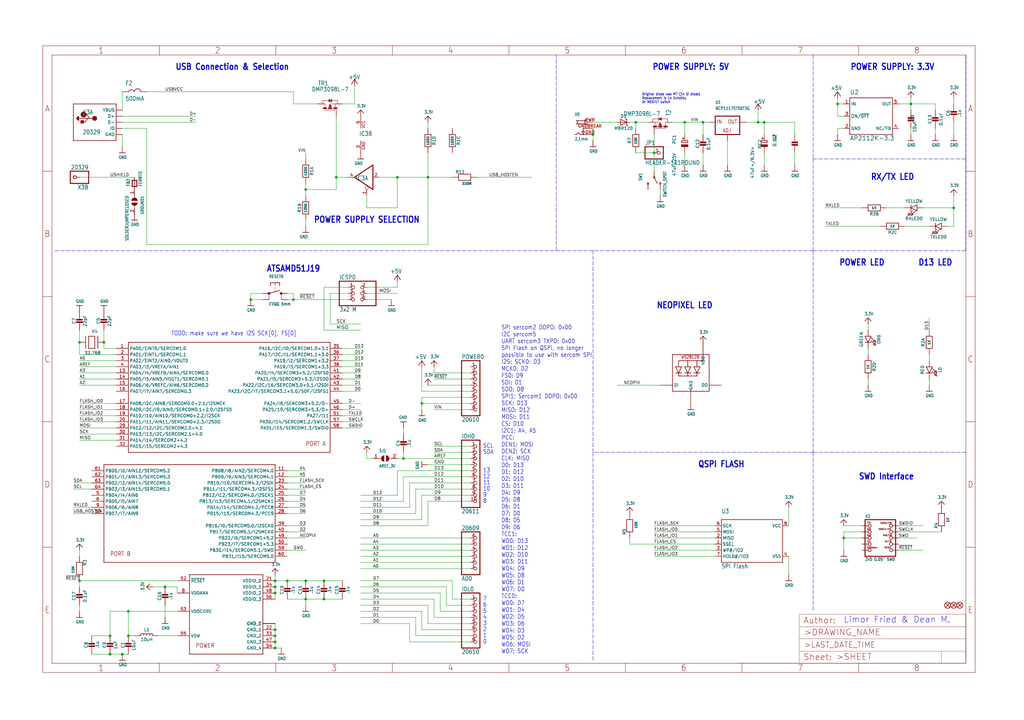
<source format=kicad_sch>
(kicad_sch (version 20211123) (generator eeschema)
  (paper "User" 425.45 299.161)
  (junction (at 53.34 254))
  (junction (at 33.02 142.24))
  (junction (at 114.3 261.62))
  (junction (at 119.38 241.3))
  (junction (at 246.38 55.88))
  (junction (at 350.52 223.52))
  (junction (at 127 248.92))
  (junction (at 121.92 124.46))
  (junction (at 167.64 190.5))
  (junction (at 139.7 73.66))
  (junction (at 114.3 266.7))
  (junction (at 284.48 50.8))
  (junction (at 68.58 243.84))
  (junction (at 33.02 241.3))
  (junction (at 43.18 142.24))
  (junction (at 134.62 241.3))
  (junction (at 127 241.3))
  (junction (at 50.8 271.78))
  (junction (at 45.72 271.78))
  (junction (at 165.1 73.66))
  (junction (at 347.98 43.18))
  (junction (at 264.16 50.8))
  (junction (at 104.14 124.46))
  (junction (at 114.3 269.24))
  (junction (at 314.96 50.8))
  (junction (at 114.3 243.84))
  (junction (at 175.26 167.64))
  (junction (at 396.24 86.36))
  (junction (at 378.46 43.18))
  (junction (at 134.62 248.92))
  (junction (at 114.3 264.16))
  (junction (at 127 78.74))
  (junction (at 53.34 264.16))
  (junction (at 45.72 264.16))
  (junction (at 114.3 246.38))
  (junction (at 177.8 73.66))
  (junction (at 292.1 50.8))
  (junction (at 271.78 63.5))
  (junction (at 317.5 50.8))
  (junction (at 114.3 241.3))
  (wire (pts (xy 195.58 200.66) (xy 170.18 200.66)))
  (wire (pts (xy 360.68 147.32) (xy 360.68 144.78)))
  (wire (pts (xy 149.86 213.36) (xy 172.72 213.36)))
  (wire (pts (xy 195.58 190.5) (xy 167.64 190.5)))
  (wire (pts (xy 358.14 218.44) (xy 350.52 218.44)))
  (wire (pts (xy 246.38 55.88) (xy 246.38 58.42)))
  (wire (pts (xy 175.26 167.64) (xy 175.26 170.18)))
  (wire (pts (xy 347.98 53.34) (xy 347.98 55.88)))
  (wire (pts (xy 195.58 256.54) (xy 180.34 256.54)))
  (wire (pts (xy 48.26 160.02) (xy 33.02 160.02)))
  (wire (pts (xy 330.2 63.5) (xy 330.2 68.58)))
  (wire (pts (xy 119.38 223.52) (xy 127 223.52)))
  (wire (pts (xy 38.1 203.2) (xy 30.48 203.2)))
  (wire (pts (xy 220.98 73.66) (xy 198.12 73.66)))
  (wire (pts (xy 33.02 73.66) (xy 55.88 73.66)))
  (polyline (pts (xy 337.82 104.14) (xy 246.38 104.14)))
  (wire (pts (xy 274.32 78.74) (xy 274.32 81.28)))
  (wire (pts (xy 195.58 167.64) (xy 175.26 167.64)))
  (wire (pts (xy 48.26 152.4) (xy 33.02 152.4)))
  (wire (pts (xy 154.94 190.5) (xy 152.4 190.5)))
  (polyline (pts (xy 337.82 22.86) (xy 337.82 66.04)))
  (wire (pts (xy 142.24 172.72) (xy 149.86 172.72)))
  (wire (pts (xy 347.98 43.18) (xy 350.52 43.18)))
  (wire (pts (xy 149.86 218.44) (xy 177.8 218.44)))
  (wire (pts (xy 119.38 228.6) (xy 127 228.6)))
  (wire (pts (xy 264.16 53.34) (xy 264.16 50.8)))
  (wire (pts (xy 139.7 78.74) (xy 139.7 73.66)))
  (wire (pts (xy 350.52 220.98) (xy 350.52 223.52)))
  (wire (pts (xy 167.64 198.12) (xy 195.58 198.12)))
  (wire (pts (xy 127 78.74) (xy 139.7 78.74)))
  (wire (pts (xy 167.64 187.96) (xy 167.64 190.5)))
  (wire (pts (xy 73.66 243.84) (xy 73.66 246.38)))
  (wire (pts (xy 271.78 63.5) (xy 264.16 63.5)))
  (wire (pts (xy 142.24 162.56) (xy 149.86 162.56)))
  (wire (pts (xy 68.58 251.46) (xy 68.58 256.54)))
  (wire (pts (xy 134.62 248.92) (xy 142.24 248.92)))
  (wire (pts (xy 121.92 38.1) (xy 121.92 43.18)))
  (wire (pts (xy 347.98 40.64) (xy 347.98 43.18)))
  (wire (pts (xy 360.68 134.62) (xy 360.68 137.16)))
  (wire (pts (xy 114.3 246.38) (xy 114.3 243.84)))
  (wire (pts (xy 114.3 241.3) (xy 119.38 241.3)))
  (wire (pts (xy 177.8 259.08) (xy 195.58 259.08)))
  (wire (pts (xy 50.8 55.88) (xy 50.8 60.96)))
  (wire (pts (xy 187.96 241.3) (xy 187.96 248.92)))
  (wire (pts (xy 137.16 134.62) (xy 149.86 134.62)))
  (wire (pts (xy 137.16 121.92) (xy 137.16 134.62)))
  (wire (pts (xy 393.7 93.98) (xy 396.24 93.98)))
  (wire (pts (xy 396.24 86.36) (xy 396.24 81.28)))
  (wire (pts (xy 396.24 43.18) (xy 396.24 40.64)))
  (wire (pts (xy 378.46 40.64) (xy 378.46 43.18)))
  (wire (pts (xy 292.1 63.5) (xy 292.1 68.58)))
  (wire (pts (xy 170.18 259.08) (xy 149.86 259.08)))
  (wire (pts (xy 246.38 50.8) (xy 256.54 50.8)))
  (wire (pts (xy 170.18 200.66) (xy 170.18 210.82)))
  (polyline (pts (xy 337.82 187.96) (xy 337.82 254)))
  (wire (pts (xy 119.38 205.74) (xy 127 205.74)))
  (wire (pts (xy 73.66 264.16) (xy 66.04 264.16)))
  (wire (pts (xy 165.1 119.38) (xy 152.4 119.38)))
  (wire (pts (xy 358.14 223.52) (xy 350.52 223.52)))
  (wire (pts (xy 350.52 48.26) (xy 347.98 48.26)))
  (wire (pts (xy 317.5 50.8) (xy 330.2 50.8)))
  (wire (pts (xy 378.46 43.18) (xy 378.46 45.72)))
  (wire (pts (xy 48.26 180.34) (xy 33.02 180.34)))
  (wire (pts (xy 261.62 223.52) (xy 261.62 226.06)))
  (wire (pts (xy 274.32 160.02) (xy 256.54 160.02)))
  (wire (pts (xy 358.14 86.36) (xy 342.9 86.36)))
  (wire (pts (xy 60.96 53.34) (xy 60.96 101.6)))
  (wire (pts (xy 127 241.3) (xy 134.62 241.3)))
  (wire (pts (xy 127 93.98) (xy 127 91.44)))
  (wire (pts (xy 152.4 81.28) (xy 152.4 86.36)))
  (polyline (pts (xy 231.14 104.14) (xy 231.14 22.86)))
  (wire (pts (xy 48.26 157.48) (xy 33.02 157.48)))
  (wire (pts (xy 368.3 86.36) (xy 375.92 86.36)))
  (wire (pts (xy 175.26 152.4) (xy 175.26 162.56)))
  (wire (pts (xy 358.14 220.98) (xy 350.52 220.98)))
  (wire (pts (xy 271.78 63.5) (xy 271.78 71.12)))
  (wire (pts (xy 48.26 147.32) (xy 33.02 147.32)))
  (wire (pts (xy 261.62 50.8) (xy 264.16 50.8)))
  (wire (pts (xy 119.38 124.46) (xy 121.92 124.46)))
  (wire (pts (xy 317.5 50.8) (xy 317.5 55.88)))
  (wire (pts (xy 195.58 205.74) (xy 175.26 205.74)))
  (polyline (pts (xy 337.82 66.04) (xy 337.82 104.14)))
  (wire (pts (xy 48.26 154.94) (xy 33.02 154.94)))
  (wire (pts (xy 180.34 170.18) (xy 195.58 170.18)))
  (wire (pts (xy 279.4 50.8) (xy 284.48 50.8)))
  (wire (pts (xy 170.18 210.82) (xy 149.86 210.82)))
  (wire (pts (xy 119.38 248.92) (xy 127 248.92)))
  (wire (pts (xy 185.42 243.84) (xy 149.86 243.84)))
  (wire (pts (xy 297.18 228.6) (xy 271.78 228.6)))
  (wire (pts (xy 142.24 160.02) (xy 149.86 160.02)))
  (wire (pts (xy 43.18 144.78) (xy 43.18 142.24)))
  (wire (pts (xy 119.38 218.44) (xy 127 218.44)))
  (wire (pts (xy 48.26 167.64) (xy 33.02 167.64)))
  (wire (pts (xy 386.08 160.02) (xy 386.08 157.48)))
  (wire (pts (xy 68.58 243.84) (xy 73.66 243.84)))
  (wire (pts (xy 38.1 213.36) (xy 30.48 213.36)))
  (polyline (pts (xy 246.38 104.14) (xy 231.14 104.14)))
  (polyline (pts (xy 22.86 104.14) (xy 231.14 104.14)))
  (wire (pts (xy 142.24 241.3) (xy 134.62 241.3)))
  (wire (pts (xy 144.78 73.66) (xy 139.7 73.66)))
  (wire (pts (xy 292.1 50.8) (xy 292.1 55.88)))
  (wire (pts (xy 119.38 203.2) (xy 127 203.2)))
  (wire (pts (xy 182.88 254) (xy 195.58 254)))
  (wire (pts (xy 195.58 185.42) (xy 180.34 185.42)))
  (wire (pts (xy 327.66 210.82) (xy 327.66 218.44)))
  (wire (pts (xy 391.16 220.98) (xy 373.38 220.98)))
  (wire (pts (xy 119.38 241.3) (xy 127 241.3)))
  (wire (pts (xy 50.8 53.34) (xy 60.96 53.34)))
  (wire (pts (xy 165.1 73.66) (xy 177.8 73.66)))
  (wire (pts (xy 149.86 241.3) (xy 187.96 241.3)))
  (wire (pts (xy 386.08 132.08) (xy 386.08 137.16)))
  (wire (pts (xy 162.56 124.46) (xy 152.4 124.46)))
  (wire (pts (xy 195.58 261.62) (xy 175.26 261.62)))
  (wire (pts (xy 271.78 63.5) (xy 271.78 55.88)))
  (wire (pts (xy 149.86 205.74) (xy 165.1 205.74)))
  (wire (pts (xy 302.26 68.58) (xy 302.26 58.42)))
  (wire (pts (xy 177.8 63.5) (xy 177.8 73.66)))
  (wire (pts (xy 119.38 121.92) (xy 121.92 121.92)))
  (wire (pts (xy 195.58 165.1) (xy 175.26 165.1)))
  (wire (pts (xy 373.38 43.18) (xy 378.46 43.18)))
  (wire (pts (xy 144.78 121.92) (xy 137.16 121.92)))
  (wire (pts (xy 187.96 248.92) (xy 195.58 248.92)))
  (wire (pts (xy 119.38 208.28) (xy 127 208.28)))
  (wire (pts (xy 33.02 254) (xy 33.02 251.46)))
  (wire (pts (xy 114.3 259.08) (xy 114.3 261.62)))
  (wire (pts (xy 142.24 170.18) (xy 149.86 170.18)))
  (wire (pts (xy 114.3 243.84) (xy 114.3 241.3)))
  (wire (pts (xy 195.58 226.06) (xy 149.86 226.06)))
  (wire (pts (xy 149.86 251.46) (xy 177.8 251.46)))
  (wire (pts (xy 195.58 231.14) (xy 149.86 231.14)))
  (wire (pts (xy 33.02 243.84) (xy 33.02 241.3)))
  (wire (pts (xy 149.86 246.38) (xy 182.88 246.38)))
  (wire (pts (xy 134.62 119.38) (xy 134.62 137.16)))
  (wire (pts (xy 127 66.04) (xy 127 63.5)))
  (wire (pts (xy 48.26 170.18) (xy 33.02 170.18)))
  (wire (pts (xy 119.38 198.12) (xy 127 198.12)))
  (wire (pts (xy 53.34 254) (xy 53.34 264.16)))
  (wire (pts (xy 175.26 261.62) (xy 175.26 254)))
  (wire (pts (xy 48.26 144.78) (xy 43.18 144.78)))
  (wire (pts (xy 144.78 124.46) (xy 121.92 124.46)))
  (wire (pts (xy 142.24 43.18) (xy 147.32 43.18)))
  (wire (pts (xy 175.26 254) (xy 149.86 254)))
  (wire (pts (xy 271.78 220.98) (xy 297.18 220.98)))
  (wire (pts (xy 127 251.46) (xy 127 248.92)))
  (wire (pts (xy 388.62 43.18) (xy 388.62 45.72)))
  (wire (pts (xy 264.16 50.8) (xy 269.24 50.8)))
  (wire (pts (xy 48.26 182.88) (xy 33.02 182.88)))
  (wire (pts (xy 114.3 248.92) (xy 114.3 246.38)))
  (wire (pts (xy 38.1 200.66) (xy 30.48 200.66)))
  (wire (pts (xy 175.26 215.9) (xy 149.86 215.9)))
  (polyline (pts (xy 246.38 274.32) (xy 246.38 187.96)))
  (wire (pts (xy 119.38 220.98) (xy 127 220.98)))
  (wire (pts (xy 50.8 48.26) (xy 81.28 48.26)))
  (wire (pts (xy 127 248.92) (xy 134.62 248.92)))
  (wire (pts (xy 167.64 190.5) (xy 165.1 190.5)))
  (wire (pts (xy 373.38 228.6) (xy 383.54 228.6)))
  (wire (pts (xy 127 81.28) (xy 127 78.74)))
  (wire (pts (xy 172.72 203.2) (xy 195.58 203.2)))
  (wire (pts (xy 177.8 218.44) (xy 177.8 208.28)))
  (wire (pts (xy 378.46 43.18) (xy 388.62 43.18)))
  (wire (pts (xy 297.18 223.52) (xy 271.78 223.52)))
  (wire (pts (xy 60.96 38.1) (xy 121.92 38.1)))
  (wire (pts (xy 175.26 165.1) (xy 175.26 167.64)))
  (wire (pts (xy 246.38 53.34) (xy 246.38 55.88)))
  (wire (pts (xy 55.88 264.16) (xy 53.34 264.16)))
  (wire (pts (xy 396.24 50.8) (xy 396.24 55.88)))
  (wire (pts (xy 45.72 254) (xy 45.72 264.16)))
  (wire (pts (xy 165.1 116.84) (xy 165.1 119.38)))
  (wire (pts (xy 386.08 147.32) (xy 386.08 149.86)))
  (wire (pts (xy 180.34 256.54) (xy 180.34 248.92)))
  (wire (pts (xy 33.02 142.24) (xy 33.02 137.16)))
  (wire (pts (xy 48.26 149.86) (xy 33.02 149.86)))
  (wire (pts (xy 149.86 228.6) (xy 195.58 228.6)))
  (wire (pts (xy 317.5 63.5) (xy 317.5 68.58)))
  (wire (pts (xy 142.24 177.8) (xy 149.86 177.8)))
  (wire (pts (xy 45.72 271.78) (xy 50.8 271.78)))
  (wire (pts (xy 104.14 121.92) (xy 104.14 124.46)))
  (wire (pts (xy 149.86 256.54) (xy 172.72 256.54)))
  (wire (pts (xy 284.48 68.58) (xy 284.48 63.5)))
  (wire (pts (xy 292.1 50.8) (xy 284.48 50.8)))
  (wire (pts (xy 373.38 218.44) (xy 383.54 218.44)))
  (wire (pts (xy 314.96 45.72) (xy 314.96 50.8)))
  (wire (pts (xy 139.7 48.26) (xy 139.7 73.66)))
  (wire (pts (xy 149.86 233.68) (xy 195.58 233.68)))
  (wire (pts (xy 119.38 200.66) (xy 127 200.66)))
  (wire (pts (xy 177.8 73.66) (xy 187.96 73.66)))
  (wire (pts (xy 172.72 213.36) (xy 172.72 203.2)))
  (wire (pts (xy 180.34 152.4) (xy 180.34 154.94)))
  (polyline (pts (xy 401.32 187.96) (xy 337.82 187.96)))
  (wire (pts (xy 73.66 241.3) (xy 33.02 241.3)))
  (wire (pts (xy 182.88 246.38) (xy 182.88 254)))
  (wire (pts (xy 177.8 208.28) (xy 195.58 208.28)))
  (wire (pts (xy 116.84 269.24) (xy 114.3 269.24)))
  (wire (pts (xy 330.2 50.8) (xy 330.2 55.88)))
  (wire (pts (xy 142.24 152.4) (xy 149.86 152.4)))
  (wire (pts (xy 195.58 193.04) (xy 177.8 193.04)))
  (wire (pts (xy 167.64 180.34) (xy 167.64 177.8)))
  (wire (pts (xy 119.38 195.58) (xy 127 195.58)))
  (wire (pts (xy 142.24 147.32) (xy 149.86 147.32)))
  (wire (pts (xy 73.66 254) (xy 53.34 254)))
  (wire (pts (xy 261.62 226.06) (xy 297.18 226.06)))
  (wire (pts (xy 314.96 50.8) (xy 317.5 50.8)))
  (wire (pts (xy 149.86 223.52) (xy 195.58 223.52)))
  (wire (pts (xy 50.8 50.8) (xy 81.28 50.8)))
  (wire (pts (xy 119.38 210.82) (xy 127 210.82)))
  (wire (pts (xy 172.72 256.54) (xy 172.72 264.16)))
  (polyline (pts (xy 401.32 22.86) (xy 401.32 66.04)))
  (polyline (pts (xy 401.32 66.04) (xy 401.32 104.14)))
  (wire (pts (xy 180.34 154.94) (xy 195.58 154.94)))
  (wire (pts (xy 347.98 48.26) (xy 347.98 43.18)))
  (wire (pts (xy 383.54 86.36) (xy 396.24 86.36)))
  (wire (pts (xy 63.5 243.84) (xy 68.58 243.84)))
  (wire (pts (xy 195.58 236.22) (xy 149.86 236.22)))
  (wire (pts (xy 142.24 175.26) (xy 149.86 175.26)))
  (wire (pts (xy 350.52 53.34) (xy 347.98 53.34)))
  (wire (pts (xy 165.1 195.58) (xy 195.58 195.58)))
  (wire (pts (xy 297.18 231.14) (xy 271.78 231.14)))
  (wire (pts (xy 38.1 210.82) (xy 30.48 210.82)))
  (wire (pts (xy 195.58 187.96) (xy 180.34 187.96)))
  (wire (pts (xy 177.8 251.46) (xy 177.8 259.08)))
  (wire (pts (xy 373.38 223.52) (xy 381 223.52)))
  (polyline (pts (xy 337.82 66.04) (xy 401.32 66.04)))
  (wire (pts (xy 134.62 137.16) (xy 149.86 137.16)))
  (wire (pts (xy 142.24 167.64) (xy 149.86 167.64)))
  (wire (pts (xy 147.32 43.18) (xy 147.32 35.56)))
  (wire (pts (xy 195.58 160.02) (xy 177.8 160.02)))
  (wire (pts (xy 48.26 172.72) (xy 33.02 172.72)))
  (wire (pts (xy 45.72 271.78) (xy 38.1 271.78)))
  (wire (pts (xy 375.92 93.98) (xy 386.08 93.98)))
  (wire (pts (xy 43.18 137.16) (xy 43.18 142.24)))
  (wire (pts (xy 142.24 157.48) (xy 149.86 157.48)))
  (wire (pts (xy 185.42 251.46) (xy 185.42 243.84)))
  (wire (pts (xy 53.34 271.78) (xy 50.8 271.78)))
  (wire (pts (xy 33.02 147.32) (xy 33.02 142.24)))
  (wire (pts (xy 60.96 101.6) (xy 177.8 101.6)))
  (wire (pts (xy 38.1 264.16) (xy 45.72 264.16)))
  (wire (pts (xy 48.26 177.8) (xy 33.02 177.8)))
  (wire (pts (xy 342.9 93.98) (xy 365.76 93.98)))
  (wire (pts (xy 114.3 264.16) (xy 114.3 266.7)))
  (wire (pts (xy 309.88 50.8) (xy 314.96 50.8)))
  (wire (pts (xy 144.78 119.38) (xy 134.62 119.38)))
  (wire (pts (xy 127 78.74) (xy 127 76.2)))
  (wire (pts (xy 109.22 121.92) (xy 104.14 121.92)))
  (wire (pts (xy 195.58 266.7) (xy 170.18 266.7)))
  (wire (pts (xy 172.72 264.16) (xy 195.58 264.16)))
  (wire (pts (xy 180.34 248.92) (xy 149.86 248.92)))
  (wire (pts (xy 142.24 149.86) (xy 149.86 149.86)))
  (wire (pts (xy 114.3 266.7) (xy 114.3 269.24)))
  (wire (pts (xy 50.8 38.1) (xy 50.8 45.72)))
  (wire (pts (xy 53.34 254) (xy 45.72 254)))
  (wire (pts (xy 195.58 162.56) (xy 175.26 162.56)))
  (wire (pts (xy 142.24 154.94) (xy 149.86 154.94)))
  (wire (pts (xy 152.4 121.92) (xy 165.1 121.92)))
  (polyline (pts (xy 246.38 187.96) (xy 246.38 104.14)))
  (wire (pts (xy 142.24 144.78) (xy 149.86 144.78)))
  (wire (pts (xy 165.1 86.36) (xy 165.1 73.66)))
  (polyline (pts (xy 337.82 104.14) (xy 337.82 187.96)))
  (wire (pts (xy 167.64 208.28) (xy 149.86 208.28)))
  (wire (pts (xy 165.1 205.74) (xy 165.1 195.58)))
  (wire (pts (xy 121.92 121.92) (xy 121.92 124.46)))
  (wire (pts (xy 294.64 50.8) (xy 292.1 50.8)))
  (wire (pts (xy 152.4 86.36) (xy 165.1 86.36)))
  (wire (pts (xy 114.3 238.76) (xy 114.3 241.3)))
  (wire (pts (xy 297.18 218.44) (xy 271.78 218.44)))
  (wire (pts (xy 195.58 251.46) (xy 185.42 251.46)))
  (wire (pts (xy 396.24 93.98) (xy 396.24 86.36)))
  (wire (pts (xy 109.22 124.46) (xy 104.14 124.46)))
  (wire (pts (xy 48.26 175.26) (xy 33.02 175.26)))
  (wire (pts (xy 167.64 208.28) (xy 167.64 198.12)))
  (wire (pts (xy 284.48 55.88) (xy 284.48 50.8)))
  (wire (pts (xy 327.66 238.76) (xy 327.66 231.14)))
  (wire (pts (xy 121.92 43.18) (xy 132.08 43.18)))
  (wire (pts (xy 388.62 53.34) (xy 388.62 55.88)))
  (wire (pts (xy 177.8 101.6) (xy 177.8 73.66)))
  (wire (pts (xy 170.18 266.7) (xy 170.18 259.08)))
  (wire (pts (xy 177.8 53.34) (xy 177.8 50.8)))
  (wire (pts (xy 157.48 73.66) (xy 165.1 73.66)))
  (wire (pts (xy 350.52 223.52) (xy 350.52 228.6)))
  (wire (pts (xy 175.26 205.74) (xy 175.26 215.9)))
  (wire (pts (xy 378.46 53.34) (xy 378.46 55.88)))
  (wire (pts (xy 360.68 157.48) (xy 360.68 160.02)))
  (wire (pts (xy 152.4 190.5) (xy 152.4 187.96)))
  (polyline (pts (xy 337.82 187.96) (xy 246.38 187.96)))
  (polyline (pts (xy 337.82 104.14) (xy 401.32 104.14)))
  (wire (pts (xy 114.3 261.62) (xy 114.3 264.16)))
  (wire (pts (xy 119.38 213.36) (xy 127 213.36)))
  (wire (pts (xy 33.02 228.6) (xy 33.02 231.14)))
  (wire (pts (xy 180.34 157.48) (xy 195.58 157.48)))
  (text "4" (at 200.66 256.54 180) (effects (font (size 1.778 1.5113)) (justify left)))
  (text "0" (at 200.66 266.7 180) (effects (font (size 1.778 1.5113)) (justify left)))
  (text "11" (at 200.66 200.66 180) (effects (font (size 1.778 1.5113)) (justify left)))
  (text "QSPI FLASH" (at 299.72 193.04 180) (effects (font (size 2.54 2.159) (thickness 0.4318) bold)))
  (text "NEOPIXEL LED" (at 284.48 127 180) (effects (font (size 2.54 2.159) (thickness 0.4318) bold)))
  (text "Limor Fried & Dean M." (at 350.52 259.08 180) (effects (font (size 2.54 2.54)) (justify left bottom)))
  (text "SDA" (at 200.66 187.96 180) (effects (font (size 1.778 1.5113)) (justify left)))
  (text "POWER SUPPLY SELECTION" (at 152.4 91.44 180) (effects (font (size 2.54 2.159) (thickness 0.4318) bold)))
  (text "SWD Interface" (at 368.3 198.12 180) (effects (font (size 2.54 2.159) (thickness 0.4318) bold)))
  (text "SCL" (at 200.66 185.42 180) (effects (font (size 1.778 1.5113)) (justify left)))
  (text "Original diode was M7 (1A Si diode)\nReplacement is 1A Schottky\nOr MOSFET switch" (at 266.7 43.18 0) (effects (font (size 1.016 0.8636)) (justify left bottom)))
  (text "9" (at 200.66 205.74 180) (effects (font (size 1.778 1.5113)) (justify left)))
  (text "POWER SUPPLY: 5V" (at 287.02 27.94 180) (effects (font (size 2.54 2.159) (thickness 0.4318) bold)))
  (text "13" (at 200.66 195.58 180) (effects (font (size 1.778 1.5113)) (justify left)))
  (text "RX/TX LED" (at 370.84 73.66 180) (effects (font (size 2.54 2.159) (thickness 0.4318) bold)))
  (text "D13 LED" (at 388.62 109.22 180) (effects (font (size 2.54 2.159) (thickness 0.4318) bold)))
  (text "SPI sercom2 DOPO: 0x00\nI2C sercom5\nUART sercom3 TXPO: 0x00\nSPI Flash on QSPI, no longer\npossible to use with sercom SPI\nI2S: SCK0: D3\nMCK0: D2\nFS0: D9\nSDI: D1\nSDO: D8\nSPI1: Sercom1 DOPO: 0x00\nSCK: D13\nMISO: D12\nMOSI: D11\nCS: D10\nI2C1: A4, A5\nPCC:\nDEN1: MOSI\nDEN2: SCK\nCLK: MISO\nD0: D13\nD1: D12\nD2: D10\nD3: D11\nD4: D9\nD5: D8\nD6: D1\nD7: D0\nD8: D5\nD9: D6\nTCC1:\nWO0: D13\nWO1: D12\nWO2: D10\nWO3: D11\nWO4: D9\nWO5: D8\nWO6: D1\nWO7: D0\nTCC0:\nWO0: D7\nWO1: D4\nWO2: D5\nWO3: D6\nWO4: D3\nWO5: D2\nWO6: MOSI\nWO7: SCK\n" (at 208.28 271.78 0) (effects (font (size 1.778 1.5113)) (justify left bottom)))
  (text "TODO: make sure we have I2S SCK[0], FS[0]" (at 71.12 139.7 180) (effects (font (size 1.778 1.5113)) (justify left bottom)))
  (text "12" (at 200.66 198.12 180) (effects (font (size 1.778 1.5113)) (justify left)))
  (text "8" (at 200.66 208.28 180) (effects (font (size 1.778 1.5113)) (justify left)))
  (text "10" (at 200.66 203.2 180) (effects (font (size 1.778 1.5113)) (justify left)))
  (text "2" (at 200.66 261.62 180) (effects (font (size 1.778 1.5113)) (justify left)))
  (text "POWER SUPPLY: 3.3V" (at 370.84 27.94 180) (effects (font (size 2.54 2.159) (thickness 0.4318) bold)))
  (text "POWER LED" (at 358.14 109.22 180) (effects (font (size 2.54 2.159) (thickness 0.4318) bold)))
  (text "5" (at 200.66 254 180) (effects (font (size 1.778 1.5113)) (justify left)))
  (text "1" (at 200.66 264.16 180) (effects (font (size 1.778 1.5113)) (justify left)))
  (text "7" (at 200.66 248.92 180) (effects (font (size 1.778 1.5113)) (justify left)))
  (text "6" (at 200.66 251.46 180) (effects (font (size 1.778 1.5113)) (justify left)))
  (text "USB Connection & Selection" (at 96.52 27.94 180) (effects (font (size 2.54 2.159) (thickness 0.4318) bold)))
  (text "3" (at 200.66 259.08 180) (effects (font (size 1.778 1.5113)) (justify left)))
  (text "ATSAMD51J19" (at 121.92 111.76 180) (effects (font (size 2.54 2.159) (thickness 0.4318) bold)))
  (label "D6" (at 124.46 213.36 0) (effects (font (size 1.2446 1.2446))))
  (label "RXLED" (at 342.9 86.36 0) (effects (font (size 1.2446 1.2446))))
  (label "D12" (at 154.94 208.28 0) (effects (font (size 1.2446 1.2446))))
  (label "A2" (at 33.02 160.02 0) (effects (font (size 1.2446 1.2446))))
  (label "D+" (at 78.74 48.26 0) (effects (font (size 1.2446 1.2446))))
  (label "D-" (at 78.74 50.8 0) (effects (font (size 1.2446 1.2446))))
  (label "FLASH_IO3" (at 33.02 175.26 0) (effects (font (size 1.2446 1.2446))))
  (label "~{RESET}" (at 180.34 157.48 0) (effects (font (size 1.1735 1.1735))))
  (label "D12" (at 180.34 198.12 0) (effects (font (size 1.3513 1.3513))))
  (label "D2" (at 154.94 254 0) (effects (font (size 1.2446 1.2446))))
  (label "SWCLK" (at 373.38 220.98 0) (effects (font (size 1.2446 1.2446))))
  (label "D1" (at 154.94 256.54 0) (effects (font (size 1.2446 1.2446))))
  (label "SWO" (at 121.92 228.6 0) (effects (font (size 1.2446 1.2446))))
  (label "D-" (at 144.78 167.64 0) (effects (font (size 1.2446 1.2446))))
  (label "FLASH_CS" (at 271.78 226.06 0) (effects (font (size 1.2446 1.2446))))
  (label "FLASH_IO2" (at 33.02 172.72 0) (effects (font (size 1.2446 1.2446))))
  (label "SCK" (at 139.7 134.62 0) (effects (font (size 1.3513 1.3513))))
  (label "USHIELD" (at 45.72 73.66 0) (effects (font (size 1.2446 1.2446))))
  (label "SWO" (at 373.38 223.52 0) (effects (font (size 1.2446 1.2446))))
  (label "NEOPIX" (at 124.46 223.52 0) (effects (font (size 1.2446 1.2446))))
  (label "D0" (at 154.94 259.08 0) (effects (font (size 1.2446 1.2446))))
  (label "D8" (at 154.94 218.44 0) (effects (font (size 1.2446 1.2446))))
  (label "A5" (at 124.46 198.12 0) (effects (font (size 1.2446 1.2446))))
  (label "FLASH_IO0" (at 33.02 167.64 0) (effects (font (size 1.2446 1.2446))))
  (label "D13" (at 147.32 144.78 0) (effects (font (size 1.2446 1.2446))))
  (label "A0" (at 33.02 149.86 0) (effects (font (size 1.2446 1.2446))))
  (label "D10" (at 147.32 149.86 0) (effects (font (size 1.2446 1.2446))))
  (label "D5" (at 124.46 210.82 0) (effects (font (size 1.2446 1.2446))))
  (label "SWCLK" (at 144.78 175.26 0) (effects (font (size 1.2446 1.2446))))
  (label "D7" (at 154.94 241.3 0) (effects (font (size 1.2446 1.2446))))
  (label "A2" (at 154.94 231.14 0) (effects (font (size 1.2446 1.2446))))
  (label "D3" (at 154.94 251.46 0) (effects (font (size 1.2446 1.2446))))
  (label "FLASH_SCK" (at 124.46 200.66 0) (effects (font (size 1.2446 1.2446))))
  (label "SWDIO" (at 373.38 218.44 0) (effects (font (size 1.2446 1.2446))))
  (label "VIN" (at 127 63.5 180) (effects (font (size 1.2446 1.2446))))
  (label "SCK" (at 33.02 180.34 0) (effects (font (size 1.2446 1.2446))))
  (label "A3" (at 154.94 228.6 0) (effects (font (size 1.2446 1.2446))))
  (label "USB_HOSTEN" (at 203.2 73.66 0) (effects (font (size 1.2446 1.2446))))
  (label "MISO" (at 33.02 182.88 0) (effects (font (size 1.2446 1.2446))))
  (label "FLASH_IO1" (at 271.78 223.52 0) (effects (font (size 1.2446 1.2446))))
  (label "FLASH_IO0" (at 271.78 220.98 0) (effects (font (size 1.2446 1.2446))))
  (label "A0" (at 154.94 236.22 0) (effects (font (size 1.2446 1.2446))))
  (label "A4" (at 124.46 195.58 0) (effects (font (size 1.2446 1.2446))))
  (label "D8" (at 180.34 208.28 0) (effects (font (size 1.3513 1.3513))))
  (label "AREF" (at 180.34 190.5 0) (effects (font (size 1.3513 1.3513))))
  (label "SCL" (at 30.48 203.2 0) (effects (font (size 1.2446 1.2446))))
  (label "D6" (at 154.94 243.84 0) (effects (font (size 1.2446 1.2446))))
  (label "NEOPIX" (at 259.08 160.02 0) (effects (font (size 1.2446 1.2446))))
  (label "A4" (at 154.94 226.06 0) (effects (font (size 1.2446 1.2446))))
  (label "GND" (at 180.34 193.04 0) (effects (font (size 1.3513 1.3513))))
  (label "USBVCC" (at 68.58 38.1 0) (effects (font (size 1.2446 1.2446))))
  (label "USB_HOSTEN" (at 30.48 213.36 0) (effects (font (size 1.2446 1.2446))))
  (label "D11" (at 147.32 152.4 0) (effects (font (size 1.2446 1.2446))))
  (label "AREF" (at 33.02 152.4 0) (effects (font (size 1.2446 1.2446))))
  (label "FLASH_SCK" (at 271.78 218.44 0) (effects (font (size 1.2446 1.2446))))
  (label "D4" (at 154.94 248.92 0) (effects (font (size 1.2446 1.2446))))
  (label "D13" (at 154.94 205.74 0) (effects (font (size 1.2446 1.2446))))
  (label "D10" (at 154.94 213.36 0) (effects (font (size 1.2446 1.2446))))
  (label "~{RESET}" (at 124.46 124.46 0) (effects (font (size 1.3513 1.3513))))
  (label "VIN" (at 287.02 50.8 0) (effects (font (size 1.2446 1.2446))))
  (label "SCL" (at 180.34 185.42 0) (effects (font (size 1.2446 1.2446))))
  (label "VIN" (at 180.34 170.18 0) (effects (font (size 1.2446 1.2446))))
  (label "A5" (at 154.94 223.52 0) (effects (font (size 1.2446 1.2446))))
  (label "TXLED" (at 144.78 172.72 0) (effects (font (size 1.2446 1.2446))))
  (label "D12" (at 147.32 147.32 0) (effects (font (size 1.2446 1.2446))))
  (label "D0" (at 147.32 162.56 0) (effects (font (size 1.2446 1.2446))))
  (label "D13" (at 180.34 195.58 0) (effects (font (size 1.3513 1.3513))))
  (label "D5" (at 154.94 246.38 0) (effects (font (size 1.2446 1.2446))))
  (label "FLASH_IO2" (at 271.78 228.6 0) (effects (font (size 1.2446 1.2446))))
  (label "~{RESET}" (at 33.02 241.3 180) (effects (font (size 1.2446 1.2446))))
  (label "D13" (at 386.08 137.16 90) (effects (font (size 1.2446 1.2446))))
  (label "TXLED" (at 342.9 93.98 0) (effects (font (size 1.2446 1.2446))))
  (label "FLASH_IO1" (at 33.02 170.18 0) (effects (font (size 1.2446 1.2446))))
  (label "D+" (at 144.78 170.18 0) (effects (font (size 1.2446 1.2446))))
  (label "D11" (at 154.94 210.82 0) (effects (font (size 1.2446 1.2446))))
  (label "~{RESET}" (at 373.38 228.6 0) (effects (font (size 1.2446 1.2446))))
  (label "SDA" (at 30.48 200.66 0) (effects (font (size 1.2446 1.2446))))
  (label "RXLED" (at 30.48 210.82 0) (effects (font (size 1.2446 1.2446))))
  (label "A3" (at 33.02 154.94 0) (effects (font (size 1.2446 1.2446))))
  (label "SWDIO" (at 144.78 177.8 0) (effects (font (size 1.2446 1.2446))))
  (label "D9" (at 154.94 215.9 0) (effects (font (size 1.2446 1.2446))))
  (label "D7" (at 124.46 205.74 0) (effects (font (size 1.2446 1.2446))))
  (label "D2" (at 124.46 220.98 0) (effects (font (size 1.2446 1.2446))))
  (label "D1" (at 147.32 160.02 0) (effects (font (size 1.2446 1.2446))))
  (label "MOSI" (at 157.48 121.92 0) (effects (font (size 1.3513 1.3513))))
  (label "FLASH_IO3" (at 271.78 231.14 0) (effects (font (size 1.2446 1.2446))))
  (label "D10" (at 180.34 203.2 0) (effects (font (size 1.3513 1.3513))))
  (label "D8" (at 147.32 157.48 0) (effects (font (size 1.2446 1.2446))))
  (label "FLASH_CS" (at 124.46 203.2 0) (effects (font (size 1.2446 1.2446))))
  (label "D3" (at 124.46 218.44 0) (effects (font (size 1.2446 1.2446))))
  (label "D4" (at 124.46 208.28 0) (effects (font (size 1.2446 1.2446))))
  (label "A1" (at 154.94 233.68 0) (effects (font (size 1.2446 1.2446))))
  (label "MOSI" (at 33.02 177.8 0) (effects (font (size 1.2446 1.2446))))
  (label "MISO" (at 139.7 137.16 0) (effects (font (size 1.3513 1.3513))))
  (label "A1" (at 33.02 157.48 0) (effects (font (size 1.2446 1.2446))))
  (label "D11" (at 180.34 200.66 0) (effects (font (size 1.3513 1.3513))))
  (label "D9" (at 180.34 205.74 0) (effects (font (size 1.3513 1.3513))))
  (label "D9" (at 147.32 154.94 0) (effects (font (size 1.2446 1.2446))))
  (label "SDA" (at 180.34 187.96 0) (effects (font (size 1.2446 1.2446))))
  (symbol (lib_id "schematicEagle-eagle-import:GND") (at 116.84 271.78 0) (unit 1)
    (property "Reference" "#U$3" (effects hide))
    (property "Value" "GND" (at 115.316 274.32 0) (effects (font (size 1.27 1.0795)) (justify left bottom)))
    (property "Footprint" "schematicEagle:" (effects hide))
  )
  (symbol (lib_id "schematicEagle-eagle-import:3.3V") (at 177.8 48.26 0) (unit 1)
    (property "Reference" "#U$20" (effects hide))
    (property "Value" "3.3V" (at 176.276 47.244 0) (effects (font (size 1.27 1.0795)) (justify left bottom)))
    (property "Footprint" "schematicEagle:" (effects hide))
  )
  (symbol (lib_id "schematicEagle-eagle-import:GND") (at 347.98 58.42 0) (unit 1)
    (property "Reference" "#GND4" (effects hide))
    (property "Value" "GND" (at 346.456 60.96 0) (effects (font (size 1.27 1.0795)) (justify left bottom)))
    (property "Footprint" "schematicEagle:" (effects hide))
  )
  (symbol (lib_id "schematicEagle-eagle-import:FERRITE-0805NO") (at 55.88 76.2 90) (unit 1)
    (property "Reference" "FB2" (at 53.975 77.47 0) (effects (font (size 1.27 1.0795)) (justify left bottom)))
    (property "Value" "FERRITE" (at 59.055 77.47 0) (effects (font (size 1.27 1.0795)) (justify left bottom)))
    (property "Footprint" "schematicEagle:0805-NO" (effects hide))
  )
  (symbol (lib_id "schematicEagle-eagle-import:DCBARRELPTH") (at 243.84 53.34 0) (unit 1)
    (property "Reference" "X5" (at 238.76 48.26 0) (effects (font (size 1.27 1.0795)) (justify left bottom)))
    (property "Value" "2.1mm" (at 238.76 58.42 0) (effects (font (size 1.27 1.0795)) (justify left bottom)))
    (property "Footprint" "schematicEagle:DCJACK_2MM_PTH" (effects hide))
  )
  (symbol (lib_id "schematicEagle-eagle-import:CAP_CERAMIC0603_NO") (at 142.24 243.84 0) (mirror x) (unit 1)
    (property "Reference" "C15" (at 139.95 245.09 90))
    (property "Value" ".1u" (at 144.54 245.09 90))
    (property "Footprint" "schematicEagle:0603-NO" (effects hide))
  )
  (symbol (lib_id "schematicEagle-eagle-import:HEADER-1X1ROUND") (at 274.32 63.5 0) (unit 1)
    (property "Reference" "JP1" (at 267.97 60.325 0) (effects (font (size 1.778 1.5113)) (justify left bottom)))
    (property "Value" "HEADER-1X1ROUND" (at 267.97 68.58 0) (effects (font (size 1.778 1.5113)) (justify left bottom)))
    (property "Footprint" "schematicEagle:1X01_ROUND" (effects hide))
  )
  (symbol (lib_id "schematicEagle-eagle-import:741G125DBV") (at 149.86 55.88 0) (unit 2)
    (property "Reference" "IC3" (at 149.225 56.515 0) (effects (font (size 1.778 1.5113)) (justify left bottom)))
    (property "Value" "74LVC1G125D" (effects hide))
    (property "Footprint" "schematicEagle:SOT23-5" (effects hide))
  )
  (symbol (lib_id "schematicEagle-eagle-import:HEADER-1X8OVALWAVE") (at 198.12 259.08 0) (unit 1)
    (property "Reference" "IOL0" (at 191.77 245.745 0) (effects (font (size 1.778 1.5113)) (justify left bottom)))
    (property "Value" "20610" (at 191.77 271.78 0) (effects (font (size 1.778 1.5113)) (justify left bottom)))
    (property "Footprint" "schematicEagle:1X08_OVALWAVE" (effects hide))
  )
  (symbol (lib_id "schematicEagle-eagle-import:RESISTOR_4PACK") (at 370.84 93.98 180) (unit 3)
    (property "Reference" "R2" (at 370.84 96.52 0))
    (property "Value" "1K" (at 370.84 93.98 0) (effects (font (size 1.016 1.016) bold)))
    (property "Footprint" "schematicEagle:RESPACK_4X0603" (effects hide))
  )
  (symbol (lib_id "schematicEagle-eagle-import:3.3V") (at 152.4 185.42 0) (unit 1)
    (property "Reference" "#U$16" (effects hide))
    (property "Value" "3.3V" (at 150.876 184.404 0) (effects (font (size 1.27 1.0795)) (justify left bottom)))
    (property "Footprint" "schematicEagle:" (effects hide))
  )
  (symbol (lib_id "schematicEagle-eagle-import:GND") (at 284.48 71.12 0) (unit 1)
    (property "Reference" "#GND9" (effects hide))
    (property "Value" "GND" (at 282.956 73.66 0) (effects (font (size 1.27 1.0795)) (justify left bottom)))
    (property "Footprint" "schematicEagle:" (effects hide))
  )
  (symbol (lib_id "schematicEagle-eagle-import:RESISTOR_4PACK") (at 177.8 58.42 270) (unit 4)
    (property "Reference" "R1" (at 180.34 58.42 0))
    (property "Value" "100K" (at 177.8 58.42 0) (effects (font (size 1.016 1.016) bold)))
    (property "Footprint" "schematicEagle:RESPACK_4X0603" (effects hide))
  )
  (symbol (lib_id "schematicEagle-eagle-import:GND") (at 55.88 91.44 0) (unit 1)
    (property "Reference" "#GND16" (effects hide))
    (property "Value" "GND" (at 54.356 93.98 0) (effects (font (size 1.27 1.0795)) (justify left bottom)))
    (property "Footprint" "schematicEagle:" (effects hide))
  )
  (symbol (lib_id "schematicEagle-eagle-import:GND") (at 167.64 175.26 180) (unit 1)
    (property "Reference" "#GND13" (effects hide))
    (property "Value" "GND" (at 169.164 172.72 0) (effects (font (size 1.27 1.0795)) (justify left bottom)))
    (property "Footprint" "schematicEagle:" (effects hide))
  )
  (symbol (lib_id "schematicEagle-eagle-import:3.3V") (at 261.62 210.82 0) (unit 1)
    (property "Reference" "#U$28" (effects hide))
    (property "Value" "3.3V" (at 260.096 209.804 0) (effects (font (size 1.27 1.0795)) (justify left bottom)))
    (property "Footprint" "schematicEagle:" (effects hide))
  )
  (symbol (lib_id "schematicEagle-eagle-import:LED0805_NOOUTLINE") (at 388.62 93.98 180) (unit 1)
    (property "Reference" "TXLED0" (at 389.89 98.425 0))
    (property "Value" "YELLOW" (at 389.89 91.186 0))
    (property "Footprint" "schematicEagle:CHIPLED_0805_NOOUTLINE" (effects hide))
  )
  (symbol (lib_id "schematicEagle-eagle-import:GND") (at 104.14 127 0) (unit 1)
    (property "Reference" "#GND12" (effects hide))
    (property "Value" "GND" (at 102.616 129.54 0) (effects (font (size 1.27 1.0795)) (justify left bottom)))
    (property "Footprint" "schematicEagle:" (effects hide))
  )
  (symbol (lib_id "schematicEagle-eagle-import:3.3V") (at 360.68 132.08 0) (unit 1)
    (property "Reference" "#U$21" (effects hide))
    (property "Value" "3.3V" (at 359.156 131.064 0) (effects (font (size 1.27 1.0795)) (justify left bottom)))
    (property "Footprint" "schematicEagle:" (effects hide))
  )
  (symbol (lib_id "schematicEagle-eagle-import:LM1117SOT223-REFLOW") (at 302.26 50.8 0) (unit 1)
    (property "Reference" "U1" (at 297.18 43.18 0) (effects (font (size 1.27 1.0795)) (justify left bottom)))
    (property "Value" "NCP1117ST50T3G" (at 297.18 45.72 0) (effects (font (size 1.27 1.0795)) (justify left bottom)))
    (property "Footprint" "schematicEagle:SOT223-R" (effects hide))
  )
  (symbol (lib_id "schematicEagle-eagle-import:3.3V") (at 177.8 157.48 0) (unit 1)
    (property "Reference" "#U$8" (effects hide))
    (property "Value" "3.3V" (at 176.276 156.464 0) (effects (font (size 1.27 1.0795)) (justify left bottom)))
    (property "Footprint" "schematicEagle:" (effects hide))
  )
  (symbol (lib_id "schematicEagle-eagle-import:GND") (at 274.32 83.82 0) (unit 1)
    (property "Reference" "#GND27" (effects hide))
    (property "Value" "GND" (at 272.796 86.36 0) (effects (font (size 1.27 1.0795)) (justify left bottom)))
    (property "Footprint" "schematicEagle:" (effects hide))
  )
  (symbol (lib_id "schematicEagle-eagle-import:CAP_CERAMIC0603_NO") (at 68.58 246.38 0) (mirror x) (unit 1)
    (property "Reference" "C16" (at 66.29 247.63 90))
    (property "Value" ".1u" (at 70.88 247.63 90))
    (property "Footprint" "schematicEagle:0603-NO" (effects hide))
  )
  (symbol (lib_id "schematicEagle-eagle-import:GND") (at 162.56 127 0) (unit 1)
    (property "Reference" "#GND1" (effects hide))
    (property "Value" "GND" (at 161.036 129.54 0) (effects (font (size 1.27 1.0795)) (justify left bottom)))
    (property "Footprint" "schematicEagle:" (effects hide))
  )
  (symbol (lib_id "schematicEagle-eagle-import:RESISTOR_4PACK") (at 360.68 152.4 270) (unit 4)
    (property "Reference" "R2" (at 363.22 152.4 0))
    (property "Value" "1K" (at 360.68 152.4 0) (effects (font (size 1.016 1.016) bold)))
    (property "Footprint" "schematicEagle:RESPACK_4X0603" (effects hide))
  )
  (symbol (lib_id "schematicEagle-eagle-import:LP2985-XXDBVR") (at 360.68 48.26 0) (unit 1)
    (property "Reference" "U2" (at 353.06 39.37 0) (effects (font (size 1.778 1.778)) (justify left bottom)))
    (property "Value" "AP2112K-3.3" (at 353.06 58.42 0) (effects (font (size 1.778 1.778)) (justify left bottom)))
    (property "Footprint" "schematicEagle:SOT23-DBV" (effects hide))
  )
  (symbol (lib_id "schematicEagle-eagle-import:CAP_CERAMIC0603_NO") (at 119.38 243.84 0) (mirror x) (unit 1)
    (property "Reference" "C10" (at 117.09 245.09 90))
    (property "Value" ".1u" (at 121.68 245.09 90))
    (property "Footprint" "schematicEagle:0603-NO" (effects hide))
  )
  (symbol (lib_id "schematicEagle-eagle-import:LED0805_NOOUTLINE") (at 386.08 154.94 270) (unit 1)
    (property "Reference" "L0" (at 390.525 153.67 0))
    (property "Value" "RED" (at 383.286 153.67 0))
    (property "Footprint" "schematicEagle:CHIPLED_0805_NOOUTLINE" (effects hide))
  )
  (symbol (lib_id "schematicEagle-eagle-import:HEADER-1X6OVALWAVE") (at 198.12 228.6 0) (mirror x) (unit 1)
    (property "Reference" "AD0" (at 191.77 239.395 0) (effects (font (size 1.778 1.5113)) (justify left bottom)))
    (property "Value" "20609" (at 191.77 218.44 0) (effects (font (size 1.778 1.5113)) (justify left bottom)))
    (property "Footprint" "schematicEagle:1X06_OVALWAVE" (effects hide))
  )
  (symbol (lib_id "schematicEagle-eagle-import:3.3V") (at 114.3 236.22 0) (unit 1)
    (property "Reference" "#U$12" (effects hide))
    (property "Value" "3.3V" (at 112.776 235.204 0) (effects (font (size 1.27 1.0795)) (justify left bottom)))
    (property "Footprint" "schematicEagle:" (effects hide))
  )
  (symbol (lib_id "schematicEagle-eagle-import:CAP_CERAMIC0603_NO") (at 134.62 243.84 0) (mirror x) (unit 1)
    (property "Reference" "C14" (at 132.33 245.09 90))
    (property "Value" ".1u" (at 136.92 245.09 90))
    (property "Footprint" "schematicEagle:0603-NO" (effects hide))
  )
  (symbol (lib_id "schematicEagle-eagle-import:SWITCH_SPDT") (at 271.78 76.2 270) (unit 1)
    (property "Reference" "SW1" (at 265.43 71.755 0) (effects (font (size 1.27 1.0795)) (justify left bottom)))
    (property "Value" "SWITCH_SPDT" (at 275.59 71.12 0) (effects (font (size 1.27 1.0795)) (justify left bottom)))
    (property "Footprint" "schematicEagle:SPDT_SMT_SSSS811101" (effects hide))
  )
  (symbol (lib_id "schematicEagle-eagle-import:GND") (at 43.18 127 0) (mirror x) (unit 1)
    (property "Reference" "#U$5" (effects hide))
    (property "Value" "GND" (at 41.656 124.46 0) (effects (font (size 1.27 1.0795)) (justify left bottom)))
    (property "Footprint" "schematicEagle:" (effects hide))
  )
  (symbol (lib_id "schematicEagle-eagle-import:LED0805_NOOUTLINE") (at 360.68 142.24 270) (unit 1)
    (property "Reference" "ON0" (at 365.125 140.97 0))
    (property "Value" "GREEN" (at 357.886 140.97 0))
    (property "Footprint" "schematicEagle:CHIPLED_0805_NOOUTLINE" (effects hide))
  )
  (symbol (lib_id "schematicEagle-eagle-import:CAP_CERAMIC0805-NOOUTLINE") (at 378.46 48.26 0) (mirror x) (unit 1)
    (property "Reference" "C3" (at 379.857 47.625 90) (effects (justify left bottom)))
    (property "Value" "10uF" (at 380.746 50.165 90) (effects (justify left bottom)))
    (property "Footprint" "schematicEagle:0805-NO" (effects hide))
  )
  (symbol (lib_id "schematicEagle-eagle-import:CAP_CERAMIC0603_NO") (at 396.24 45.72 0) (mirror x) (unit 1)
    (property "Reference" "C6" (at 393.95 46.97 90))
    (property "Value" ".1u" (at 398.54 46.97 90))
    (property "Footprint" "schematicEagle:0603-NO" (effects hide))
  )
  (symbol (lib_id "schematicEagle-eagle-import:+5V") (at 314.96 43.18 0) (unit 1)
    (property "Reference" "#P+14" (effects hide))
    (property "Value" "+5V" (at 313.055 43.18 0) (effects (font (size 1.778 1.5113)) (justify left bottom)))
    (property "Footprint" "schematicEagle:" (effects hide))
  )
  (symbol (lib_id "schematicEagle-eagle-import:CAP_CERAMIC0603_NO") (at 33.02 132.08 0) (mirror x) (unit 1)
    (property "Reference" "C7" (at 30.73 133.33 90))
    (property "Value" "22pF" (at 35.32 133.33 90))
    (property "Footprint" "schematicEagle:0603-NO" (effects hide))
  )
  (symbol (lib_id "schematicEagle-eagle-import:GND") (at 287.02 170.18 0) (unit 1)
    (property "Reference" "#GND15" (effects hide))
    (property "Value" "GND" (at 285.496 172.72 0) (effects (font (size 1.27 1.0795)) (justify left bottom)))
    (property "Footprint" "schematicEagle:" (effects hide))
  )
  (symbol (lib_id "schematicEagle-eagle-import:RESISTOR_4PACK") (at 187.96 58.42 270) (unit 3)
    (property "Reference" "R1" (at 190.5 58.42 0))
    (property "Value" "100K" (at 187.96 58.42 0) (effects (font (size 1.016 1.016) bold)))
    (property "Footprint" "schematicEagle:RESPACK_4X0603" (effects hide))
  )
  (symbol (lib_id "schematicEagle-eagle-import:FIDUCIAL_1MM") (at 396.24 251.46 0) (unit 1)
    (property "Reference" "FD3" (effects hide))
    (property "Value" "FIDUCIAL_1MM" (effects hide))
    (property "Footprint" "schematicEagle:FIDUCIAL_1MM" (effects hide))
  )
  (symbol (lib_id "schematicEagle-eagle-import:CAP_CERAMIC0603_NO") (at 38.1 266.7 0) (mirror x) (unit 1)
    (property "Reference" "C8" (at 35.81 267.95 90))
    (property "Value" ".1u" (at 40.4 267.95 90))
    (property "Footprint" "schematicEagle:0603-NO" (effects hide))
  )
  (symbol (lib_id "schematicEagle-eagle-import:741G125DBV") (at 152.4 73.66 180) (unit 1)
    (property "Reference" "IC3" (at 153.035 73.025 0) (effects (font (size 1.778 1.5113)) (justify left bottom)))
    (property "Value" "74LVC1G125D" (effects hide))
    (property "Footprint" "schematicEagle:SOT23-5" (effects hide))
  )
  (symbol (lib_id "schematicEagle-eagle-import:FIDUCIAL_1MM") (at 393.7 251.46 0) (unit 1)
    (property "Reference" "FD1" (effects hide))
    (property "Value" "FIDUCIAL_1MM" (effects hide))
    (property "Footprint" "schematicEagle:FIDUCIAL_1MM" (effects hide))
  )
  (symbol (lib_id "schematicEagle-eagle-import:GND") (at 127 96.52 0) (unit 1)
    (property "Reference" "#GND23" (effects hide))
    (property "Value" "GND" (at 124.46 99.06 0) (effects (font (size 1.27 1.0795)) (justify left bottom)))
    (property "Footprint" "schematicEagle:" (effects hide))
  )
  (symbol (lib_id "schematicEagle-eagle-import:GND") (at 396.24 58.42 0) (unit 1)
    (property "Reference" "#GND2" (effects hide))
    (property "Value" "GND" (at 394.716 60.96 0) (effects (font (size 1.27 1.0795)) (justify left bottom)))
    (property "Footprint" "schematicEagle:" (effects hide))
  )
  (symbol (lib_id "schematicEagle-eagle-import:LED0805_NOOUTLINE") (at 378.46 86.36 180) (unit 1)
    (property "Reference" "RXLED0" (at 379.73 90.805 0))
    (property "Value" "YELLOW" (at 379.73 83.566 0))
    (property "Footprint" "schematicEagle:CHIPLED_0805_NOOUTLINE" (effects hide))
  )
  (symbol (lib_id "schematicEagle-eagle-import:GND") (at 68.58 259.08 0) (unit 1)
    (property "Reference" "#U$19" (effects hide))
    (property "Value" "GND" (at 67.056 261.62 0) (effects (font (size 1.27 1.0795)) (justify left bottom)))
    (property "Footprint" "schematicEagle:" (effects hide))
  )
  (symbol (lib_id "schematicEagle-eagle-import:CAP_CERAMIC0603_NO") (at 167.64 182.88 0) (mirror x) (unit 1)
    (property "Reference" "C4" (at 165.35 184.13 90))
    (property "Value" ".1u" (at 169.94 184.13 90))
    (property "Footprint" "schematicEagle:0603-NO" (effects hide))
  )
  (symbol (lib_id "schematicEagle-eagle-import:3.3V") (at 327.66 208.28 0) (unit 1)
    (property "Reference" "#U$25" (effects hide))
    (property "Value" "3.3V" (at 326.136 207.264 0) (effects (font (size 1.27 1.0795)) (justify left bottom)))
    (property "Footprint" "schematicEagle:" (effects hide))
  )
  (symbol (lib_id "schematicEagle-eagle-import:GND") (at 388.62 58.42 0) (unit 1)
    (property "Reference" "#GND26" (effects hide))
    (property "Value" "GND" (at 387.096 60.96 0) (effects (font (size 1.27 1.0795)) (justify left bottom)))
    (property "Footprint" "schematicEagle:" (effects hide))
  )
  (symbol (lib_id "schematicEagle-eagle-import:RESISTOR_0603_NOOUT") (at 391.16 215.9 90) (unit 1)
    (property "Reference" "R4" (at 389.6614 219.71 0) (effects (justify left bottom)))
    (property "Value" "1K" (at 394.462 217.17 0) (effects (font (size 1.016 1.016) bold) (justify left bottom)))
    (property "Footprint" "schematicEagle:0603-NO" (effects hide))
  )
  (symbol (lib_id "schematicEagle-eagle-import:GND") (at 50.8 63.5 0) (unit 1)
    (property "Reference" "#GND8" (effects hide))
    (property "Value" "GND" (at 49.276 66.04 0) (effects (font (size 1.27 1.0795)) (justify left bottom)))
    (property "Footprint" "schematicEagle:" (effects hide))
  )
  (symbol (lib_id "schematicEagle-eagle-import:DIODE-SCHOTTKYSOD-123") (at 259.08 50.8 0) (unit 1)
    (property "Reference" "D1" (at 259.08 48.26 0))
    (property "Value" "MBR120" (at 259.08 53.3 0))
    (property "Footprint" "schematicEagle:SOD-123" (effects hide))
  )
  (symbol (lib_id "schematicEagle-eagle-import:RESISTOR_0603_NOOUT") (at 264.16 58.42 90) (unit 1)
    (property "Reference" "R7" (at 261.62 58.42 0))
    (property "Value" "10K" (at 264.16 58.42 0) (effects (font (size 1.016 1.016) bold)))
    (property "Footprint" "schematicEagle:0603-NO" (effects hide))
  )
  (symbol (lib_id "schematicEagle-eagle-import:RESISTOR_4PACK") (at 363.22 86.36 180) (unit 2)
    (property "Reference" "R2" (at 363.22 88.9 0))
    (property "Value" "1K" (at 363.22 86.36 0) (effects (font (size 1.016 1.016) bold)))
    (property "Footprint" "schematicEagle:RESPACK_4X0603" (effects hide))
  )
  (symbol (lib_id "schematicEagle-eagle-import:RESISTOR_4PACK") (at 127 86.36 90) (unit 2)
    (property "Reference" "R1" (at 124.46 86.36 0))
    (property "Value" "100K" (at 127 86.36 0) (effects (font (size 1.016 1.016) bold)))
    (property "Footprint" "schematicEagle:RESPACK_4X0603" (effects hide))
  )
  (symbol (lib_id "schematicEagle-eagle-import:CAP_ELECTROLYTICPANASONIC_D") (at 317.5 60.96 0) (unit 1)
    (property "Reference" "PC2" (at 314.96 57.8866 90) (effects (justify right top)))
    (property "Value" "47uF+/6.3V+" (at 311.8866 60.706 90) (effects (justify right top)))
    (property "Footprint" "schematicEagle:PANASONIC_D" (effects hide))
  )
  (symbol (lib_id "schematicEagle-eagle-import:GND") (at 50.8 274.32 0) (unit 1)
    (property "Reference" "#U$6" (effects hide))
    (property "Value" "GND" (at 49.276 276.86 0) (effects (font (size 1.27 1.0795)) (justify left bottom)))
    (property "Footprint" "schematicEagle:" (effects hide))
  )
  (symbol (lib_id "schematicEagle-eagle-import:3.3V") (at 396.24 38.1 0) (unit 1)
    (property "Reference" "#U$9" (effects hide))
    (property "Value" "3.3V" (at 394.716 37.084 0) (effects (font (size 1.27 1.0795)) (justify left bottom)))
    (property "Footprint" "schematicEagle:" (effects hide))
  )
  (symbol (lib_id "schematicEagle-eagle-import:CAP_CERAMIC0603_NO") (at 127 243.84 0) (mirror x) (unit 1)
    (property "Reference" "C11" (at 124.71 245.09 90))
    (property "Value" ".1u" (at 129.3 245.09 90))
    (property "Footprint" "schematicEagle:0603-NO" (effects hide))
  )
  (symbol (lib_id "schematicEagle-eagle-import:+5V") (at 147.32 33.02 0) (unit 1)
    (property "Reference" "#P+8" (effects hide))
    (property "Value" "+5V" (at 144.78 33.02 0) (effects (font (size 1.778 1.5113)) (justify left bottom)))
    (property "Footprint" "schematicEagle:" (effects hide))
  )
  (symbol (lib_id "schematicEagle-eagle-import:USB_W_SHIELD_V2") (at 40.64 50.8 0) (unit 1)
    (property "Reference" "X3" (at 34.29 47.625 0) (effects (font (size 1.778 1.5113)) (justify left bottom)))
    (property "Value" "20329" (at 34.29 55.88 0) (effects (font (size 1.778 1.5113)) (justify left bottom)))
    (property "Footprint" "schematicEagle:4UCONN_20329_V2" (effects hide))
  )
  (symbol (lib_id "schematicEagle-eagle-import:RESISTOR_0603_NOOUT") (at 193.04 73.66 0) (unit 1)
    (property "Reference" "R11" (at 189.23 72.1614 0) (effects (justify left bottom)))
    (property "Value" "330R" (at 191.77 76.962 0) (effects (font (size 1.016 1.016) bold) (justify left bottom)))
    (property "Footprint" "schematicEagle:0603-NO" (effects hide))
  )
  (symbol (lib_id "schematicEagle-eagle-import:RESISTOR_4PACK") (at 386.08 142.24 90) (unit 1)
    (property "Reference" "R2" (at 383.54 142.24 0))
    (property "Value" "1K" (at 386.08 142.24 0) (effects (font (size 1.016 1.016) bold)))
    (property "Footprint" "schematicEagle:RESPACK_4X0603" (effects hide))
  )
  (symbol (lib_id "schematicEagle-eagle-import:GND") (at 127 254 0) (unit 1)
    (property "Reference" "#U$17" (effects hide))
    (property "Value" "GND" (at 125.476 256.54 0) (effects (font (size 1.27 1.0795)) (justify left bottom)))
    (property "Footprint" "schematicEagle:" (effects hide))
  )
  (symbol (lib_id "schematicEagle-eagle-import:+5V") (at 175.26 149.86 0) (unit 1)
    (property "Reference" "#P+4" (effects hide))
    (property "Value" "+5V" (at 177.165 147.32 0) (effects (font (size 1.778 1.5113)) (justify right top)))
    (property "Footprint" "schematicEagle:" (effects hide))
  )
  (symbol (lib_id "schematicEagle-eagle-import:ATSAMD51J") (at 93.98 256.54 0) (unit 3)
    (property "Reference" "U$1" (effects hide))
    (property "Value" "ATSAMD51J" (effects hide))
    (property "Footprint" "schematicEagle:PQFN64-1" (effects hide))
  )
  (symbol (lib_id "schematicEagle-eagle-import:GND") (at 175.26 172.72 0) (unit 1)
    (property "Reference" "#GND5" (effects hide))
    (property "Value" "GND" (at 173.736 175.26 0) (effects (font (size 1.27 1.0795)) (justify left bottom)))
    (property "Footprint" "schematicEagle:" (effects hide))
  )
  (symbol (lib_id "schematicEagle-eagle-import:GND") (at 292.1 71.12 0) (unit 1)
    (property "Reference" "#GND25" (effects hide))
    (property "Value" "GND" (at 290.576 73.66 0) (effects (font (size 1.27 1.0795)) (justify left bottom)))
    (property "Footprint" "schematicEagle:" (effects hide))
  )
  (symbol (lib_id "schematicEagle-eagle-import:3.3V") (at 180.34 149.86 0) (unit 1)
    (property "Reference" "#U$13" (effects hide))
    (property "Value" "3.3V" (at 178.816 148.844 0) (effects (font (size 1.27 1.0795)) (justify left bottom)))
    (property "Footprint" "schematicEagle:" (effects hide))
  )
  (symbol (lib_id "schematicEagle-eagle-import:ATSAMD51J") (at 81.28 208.28 0) (unit 2)
    (property "Reference" "U$1" (effects hide))
    (property "Value" "ATSAMD51J" (effects hide))
    (property "Footprint" "schematicEagle:PQFN64-1" (effects hide))
  )
  (symbol (lib_id "schematicEagle-eagle-import:RESISTOR_0603_NOOUT") (at 261.62 218.44 90) (unit 1)
    (property "Reference" "R5" (at 260.1214 222.25 0) (effects (justify left bottom)))
    (property "Value" "10K" (at 264.922 219.71 0) (effects (font (size 1.016 1.016) bold) (justify left bottom)))
    (property "Footprint" "schematicEagle:0603-NO" (effects hide))
  )
  (symbol (lib_id "schematicEagle-eagle-import:3.3V") (at 60.96 243.84 90) (unit 1)
    (property "Reference" "#U$14" (effects hide))
    (property "Value" "3.3V" (at 59.944 245.364 0) (effects (font (size 1.27 1.0795)) (justify left bottom)))
    (property "Footprint" "schematicEagle:" (effects hide))
  )
  (symbol (lib_id "schematicEagle-eagle-import:HEADER-1X8OVALWAVE") (at 198.12 162.56 0) (unit 1)
    (property "Reference" "POWER0" (at 191.77 149.225 0) (effects (font (size 1.778 1.5113)) (justify left bottom)))
    (property "Value" "20610" (at 191.77 175.26 0) (effects (font (size 1.778 1.5113)) (justify left bottom)))
    (property "Footprint" "schematicEagle:1X08_OVALWAVE" (effects hide))
  )
  (symbol (lib_id "schematicEagle-eagle-import:INDUCTOR") (at 60.96 264.16 0) (unit 1)
    (property "Reference" "L1" (at 60.96 261.62 0))
    (property "Value" "10uH" (at 60.96 265.7 0))
    (property "Footprint" "schematicEagle:INDUCTOR_1007" (effects hide))
  )
  (symbol (lib_id "schematicEagle-eagle-import:SPIFLASH_SOIC8208MIL") (at 312.42 226.06 0) (unit 1)
    (property "Reference" "U3" (at 299.72 213.36 0) (effects (font (size 1.778 1.5113)) (justify left bottom)))
    (property "Value" "SPI Flash" (at 299.72 236.22 0) (effects (font (size 1.778 1.5113)) (justify left bottom)))
    (property "Footprint" "schematicEagle:SOIC8_208MIL" (effects hide))
  )
  (symbol (lib_id "schematicEagle-eagle-import:PMOSSOT23") (at 274.32 50.8 270) (mirror x) (unit 1)
    (property "Reference" "T2" (at 276.86 48.26 0) (effects (font (size 1.778 1.5113)) (justify left bottom)))
    (property "Value" "DMP3098L-7" (at 274.32 48.26 90) (effects (font (size 1.778 1.5113)) (justify right top)))
    (property "Footprint" "schematicEagle:SOT-23" (effects hide))
  )
  (symbol (lib_id "schematicEagle-eagle-import:JTAG-CORTEXBOXPOSTS") (at 365.76 223.52 0) (unit 1)
    (property "Reference" "X2" (at 359.41 215.265 0) (effects (font (size 1.27 1.0795)) (justify left bottom)))
    (property "Value" "2x5 0.05\" SWD" (at 359.41 233.045 0) (effects (font (size 1.27 1.0795)) (justify left bottom)))
    (property "Footprint" "schematicEagle:2X05_1.27MM_BOX_POSTS" (effects hide))
  )
  (symbol (lib_id "schematicEagle-eagle-import:CAP_CERAMIC0603_NO") (at 43.18 132.08 0) (mirror x) (unit 1)
    (property "Reference" "C5" (at 40.89 133.33 90))
    (property "Value" "22pF" (at 45.48 133.33 90))
    (property "Footprint" "schematicEagle:0603-NO" (effects hide))
  )
  (symbol (lib_id "schematicEagle-eagle-import:3.3V") (at 378.46 38.1 0) (unit 1)
    (property "Reference" "#U$2" (effects hide))
    (property "Value" "3.3V" (at 376.936 37.084 0) (effects (font (size 1.27 1.0795)) (justify left bottom)))
    (property "Footprint" "schematicEagle:" (effects hide))
  )
  (symbol (lib_id "schematicEagle-eagle-import:GND") (at 360.68 162.56 0) (unit 1)
    (property "Reference" "#GND14" (effects hide))
    (property "Value" "GND" (at 359.156 165.1 0) (effects (font (size 1.27 1.0795)) (justify left bottom)))
    (property "Footprint" "schematicEagle:" (effects hide))
  )
  (symbol (lib_id "schematicEagle-eagle-import:GND") (at 317.5 71.12 0) (unit 1)
    (property "Reference" "#GND10" (effects hide))
    (property "Value" "GND" (at 315.976 73.66 0) (effects (font (size 1.27 1.0795)) (justify left bottom)))
    (property "Footprint" "schematicEagle:" (effects hide))
  )
  (symbol (lib_id "schematicEagle-eagle-import:SWITCH_TACT_SMT") (at 114.3 121.92 0) (unit 1)
    (property "Reference" "RESET0" (at 111.76 115.57 0) (effects (font (size 1.27 1.0795)) (justify left bottom)))
    (property "Value" "EVQQ 6mm" (at 111.76 127 0) (effects (font (size 1.27 1.0795)) (justify left bottom)))
    (property "Footprint" "schematicEagle:EVQ-Q2" (effects hide))
  )
  (symbol (lib_id "schematicEagle-eagle-import:SOLDERJUMPERCLOSED") (at 55.88 83.82 270) (unit 1)
    (property "Reference" "GROUND1" (at 58.42 81.28 0) (effects (font (size 1.27 1.0795)) (justify left bottom)))
    (property "Value" "SOLDERJUMPERCLOSED" (at 52.07 81.28 0) (effects (font (size 1.27 1.0795)) (justify left bottom)))
    (property "Footprint" "schematicEagle:SOLDERJUMPER_CLOSEDWIRE" (effects hide))
  )
  (symbol (lib_id "schematicEagle-eagle-import:CAP_CERAMIC0805-NOOUTLINE") (at 330.2 58.42 180) (unit 1)
    (property "Reference" "C2" (at 322.58 58.42 90) (effects (justify right top)))
    (property "Value" "0.1uF" (at 322.58 60.96 90) (effects (justify right top)))
    (property "Footprint" "schematicEagle:0805-NO" (effects hide))
  )
  (symbol (lib_id "schematicEagle-eagle-import:CAP_ELECTROLYTICPANASONIC_D") (at 284.48 60.96 0) (unit 1)
    (property "Reference" "PC1" (at 279.4 55.88 90) (effects (justify right top)))
    (property "Value" "47uF/25V" (at 279.4 63.5 90) (effects (justify right top)))
    (property "Footprint" "schematicEagle:PANASONIC_D" (effects hide))
  )
  (symbol (lib_id "schematicEagle-eagle-import:GND") (at 246.38 60.96 0) (unit 1)
    (property "Reference" "#GND19" (effects hide))
    (property "Value" "GND" (at 244.856 63.5 0) (effects (font (size 1.27 1.0795)) (justify left bottom)))
    (property "Footprint" "schematicEagle:" (effects hide))
  )
  (symbol (lib_id "schematicEagle-eagle-import:+5V") (at 347.98 38.1 0) (unit 1)
    (property "Reference" "#P+13" (effects hide))
    (property "Value" "+5V" (at 349.885 35.56 0) (effects (font (size 1.778 1.5113)) (justify right top)))
    (property "Footprint" "schematicEagle:" (effects hide))
  )
  (symbol (lib_id "schematicEagle-eagle-import:+5V") (at 165.1 114.3 0) (unit 1)
    (property "Reference" "#P+2" (effects hide))
    (property "Value" "+5V" (at 167.005 111.76 0) (effects (font (size 1.778 1.5113)) (justify right top)))
    (property "Footprint" "schematicEagle:" (effects hide))
  )
  (symbol (lib_id "schematicEagle-eagle-import:GND") (at 350.52 231.14 0) (unit 1)
    (property "Reference" "#GND3" (effects hide))
    (property "Value" "GND" (at 348.996 233.68 0) (effects (font (size 1.27 1.0795)) (justify left bottom)))
    (property "Footprint" "schematicEagle:" (effects hide))
  )
  (symbol (lib_id "schematicEagle-eagle-import:3.3V") (at 292.1 139.7 0) (unit 1)
    (property "Reference" "#U$29" (effects hide))
    (property "Value" "3.3V" (at 290.576 138.684 0) (effects (font (size 1.27 1.0795)) (justify left bottom)))
    (property "Footprint" "schematicEagle:" (effects hide))
  )
  (symbol (lib_id "schematicEagle-eagle-import:XTAL-3.2X1.5") (at 38.1 142.24 0) (mirror y) (unit 1)
    (property "Reference" "X4" (at 40.64 138.43 0) (effects (justify left bottom)))
    (property "Value" "32.768" (at 41.91 147.32 0) (effects (justify left bottom)))
    (property "Footprint" "schematicEagle:XTAL3215" (effects hide))
  )
  (symbol (lib_id "schematicEagle-eagle-import:GND") (at 327.66 241.3 0) (unit 1)
    (property "Reference" "#U$26" (effects hide))
    (property "Value" "GND" (at 326.136 243.84 0) (effects (font (size 1.27 1.0795)) (justify left bottom)))
    (property "Footprint" "schematicEagle:" (effects hide))
  )
  (symbol (lib_id "schematicEagle-eagle-import:CAP_CERAMIC0603_NO") (at 388.62 50.8 0) (unit 1)
    (property "Reference" "C13" (at 386.33 49.55 90))
    (property "Value" "0.1uF" (at 390.92 49.55 90))
    (property "Footprint" "schematicEagle:0603-NO" (effects hide))
  )
  (symbol (lib_id "schematicEagle-eagle-import:CAP_CERAMIC0805-NOOUTLINE") (at 53.34 269.24 0) (unit 1)
    (property "Reference" "C1" (at 51.05 267.99 90))
    (property "Value" "10uF" (at 55.64 267.99 90))
    (property "Footprint" "schematicEagle:0805-NO" (effects hide))
  )
  (symbol (lib_id "schematicEagle-eagle-import:GND") (at 33.02 256.54 0) (unit 1)
    (property "Reference" "#U$22" (effects hide))
    (property "Value" "GND" (at 31.496 259.08 0) (effects (font (size 1.27 1.0795)) (justify left bottom)))
    (property "Footprint" "schematicEagle:" (effects hide))
  )
  (symbol (lib_id "schematicEagle-eagle-import:HEADER-2X3") (at 149.86 121.92 0) (unit 1)
    (property "Reference" "ICSP0" (at 140.97 116.205 0) (effects (font (size 1.778 1.5113)) (justify left bottom)))
    (property "Value" "3x2 M" (at 140.97 129.54 0) (effects (font (size 1.778 1.5113)) (justify left bottom)))
    (property "Footprint" "schematicEagle:2X03_ROUND_70MIL" (effects hide))
  )
  (symbol (lib_id "schematicEagle-eagle-import:CAP_CERAMIC0603_NO") (at 292.1 60.96 0) (unit 1)
    (property "Reference" "C12" (at 289.81 59.71 90))
    (property "Value" "0.1uF" (at 294.4 59.71 90))
    (property "Footprint" "schematicEagle:0603-NO" (effects hide))
  )
  (symbol (lib_id "schematicEagle-eagle-import:ATSAMD51J") (at 78.74 162.56 0) (unit 1)
    (property "Reference" "U$1" (effects hide))
    (property "Value" "ATSAMD51J" (effects hide))
    (property "Footprint" "schematicEagle:PQFN64-1" (effects hide))
  )
  (symbol (lib_id "schematicEagle-eagle-import:0297_PMV48XP") (at 137.16 43.18 90) (unit 1)
    (property "Reference" "TR1" (at 132.08 35.56 90) (effects (font (size 1.778 1.5113)) (justify right top)))
    (property "Value" "DMP3098L-7" (at 129.54 38.1 90) (effects (font (size 1.778 1.5113)) (justify right top)))
    (property "Footprint" "schematicEagle:SOT-23" (effects hide))
  )
  (symbol (lib_id "schematicEagle-eagle-import:GND") (at 330.2 71.12 0) (unit 1)
    (property "Reference" "#GND7" (effects hide))
    (property "Value" "GND" (at 328.676 73.66 0) (effects (font (size 1.27 1.0795)) (justify left bottom)))
    (property "Footprint" "schematicEagle:" (effects hide))
  )
  (symbol (lib_id "schematicEagle-eagle-import:GND") (at 33.02 127 0) (mirror x) (unit 1)
    (property "Reference" "#U$10" (effects hide))
    (property "Value" "GND" (at 31.496 124.46 0) (effects (font (size 1.27 1.0795)) (justify left bottom)))
    (property "Footprint" "schematicEagle:" (effects hide))
  )
  (symbol (lib_id "schematicEagle-eagle-import:3.3V") (at 33.02 226.06 0) (unit 1)
    (property "Reference" "#U$15" (effects hide))
    (property "Value" "3.3V" (at 31.496 225.044 0) (effects (font (size 1.27 1.0795)) (justify left bottom)))
    (property "Footprint" "schematicEagle:" (effects hide))
  )
  (symbol (lib_id "schematicEagle-eagle-import:WS2812B3535") (at 287.02 157.48 0) (unit 1)
    (property "Reference" "LED1" (effects hide))
    (property "Value" "WS2812B3535" (effects hide))
    (property "Footprint" "schematicEagle:LED3535" (effects hide))
  )
  (symbol (lib_id "schematicEagle-eagle-import:FIDUCIAL_1MM") (at 398.78 251.46 0) (unit 1)
    (property "Reference" "FD2" (effects hide))
    (property "Value" "FIDUCIAL_1MM" (effects hide))
    (property "Footprint" "schematicEagle:FIDUCIAL_1MM" (effects hide))
  )
  (symbol (lib_id "schematicEagle-eagle-import:RESISTOR_4PACK") (at 127 71.12 270) (unit 1)
    (property "Reference" "R1" (at 129.54 71.12 0))
    (property "Value" "100K" (at 127 71.12 0) (effects (font (size 1.016 1.016) bold)))
    (property "Footprint" "schematicEagle:RESPACK_4X0603" (effects hide))
  )
  (symbol (lib_id "schematicEagle-eagle-import:USB_W_SHIELD_V2") (at 30.48 73.66 180) (unit 2)
    (property "Reference" "X3" (at 36.83 76.835 0) (effects (font (size 1.778 1.5113)) (justify left bottom)))
    (property "Value" "20329" (at 36.83 68.58 0) (effects (font (size 1.778 1.5113)) (justify left bottom)))
    (property "Footprint" "schematicEagle:4UCONN_20329_V2" (effects hide))
  )
  (symbol (lib_id "schematicEagle-eagle-import:3.3V") (at 396.24 78.74 0) (unit 1)
    (property "Reference" "#U$18" (effects hide))
    (property "Value" "3.3V" (at 394.716 77.724 0) (effects (font (size 1.27 1.0795)) (justify left bottom)))
    (property "Footprint" "schematicEagle:" (effects hide))
  )
  (symbol (lib_id "schematicEagle-eagle-import:PTCFUSE-1206") (at 55.88 40.64 0) (unit 1)
    (property "Reference" "F2" (at 52.07 35.56 0) (effects (font (size 1.778 1.5113)) (justify left bottom)))
    (property "Value" "500mA" (at 52.07 41.91 0) (effects (font (size 1.778 1.5113)) (justify left bottom)))
    (property "Footprint" "schematicEagle:R1206" (effects hide))
  )
  (symbol (lib_id "schematicEagle-eagle-import:CAP_CERAMIC0603_NO") (at 33.02 246.38 0) (mirror x) (unit 1)
    (property "Reference" "C17" (at 30.73 247.63 90))
    (property "Value" "0.1uF" (at 35.32 247.63 90))
    (property "Footprint" "schematicEagle:0603-NO" (effects hide))
  )
  (symbol (lib_id "schematicEagle-eagle-import:SOLDERJUMPERCLOSED") (at 160.02 190.5 0) (unit 1)
    (property "Reference" "SJ1" (at 157.48 187.96 0) (effects (font (size 1.27 1.0795)) (justify left bottom)))
    (property "Value" "AREF_3V" (at 157.48 194.31 0) (effects (font (size 1.27 1.0795)) (justify left bottom)))
    (property "Footprint" "schematicEagle:SOLDERJUMPER_CLOSEDWIRE" (effects hide))
  )
  (symbol (lib_id "schematicEagle-eagle-import:GND") (at 302.26 71.12 0) (unit 1)
    (property "Reference" "#GND11" (effects hide))
    (property "Value" "GND" (at 300.736 73.66 0) (effects (font (size 1.27 1.0795)) (justify left bottom)))
    (property "Footprint" "schematicEagle:" (effects hide))
  )
  (symbol (lib_id "schematicEagle-eagle-import:GND") (at 149.86 66.04 0) (unit 1)
    (property "Reference" "#GND24" (effects hide))
    (property "Value" "GND" (at 147.32 68.58 0) (effects (font (size 1.27 1.0795)) (justify left bottom)))
    (property "Footprint" "schematicEagle:" (effects hide))
  )
  (symbol (lib_id "schematicEagle-eagle-import:GND") (at 175.26 193.04 270) (unit 1)
    (property "Reference" "#GND6" (effects hide))
    (property "Value" "GND" (at 172.72 191.516 0) (effects (font (size 1.27 1.0795)) (justify left bottom)))
    (property "Footprint" "schematicEagle:" (effects hide))
  )
  (symbol (lib_id "schematicEagle-eagle-import:HEADER-1X10OVALWAVE") (at 198.12 195.58 0) (unit 1)
    (property "Reference" "IOH0" (at 191.77 182.245 0) (effects (font (size 1.778 1.5113)) (justify left bottom)))
    (property "Value" "20611" (at 191.77 213.36 0) (effects (font (size 1.778 1.5113)) (justify left bottom)))
    (property "Footprint" "schematicEagle:1X10_OVALWAVE" (effects hide))
  )
  (symbol (lib_id "schematicEagle-eagle-import:RESISTOR_0603_NOOUT") (at 33.02 236.22 270) (unit 1)
    (property "Reference" "R3" (at 34.5186 232.41 0) (effects (justify left bottom)))
    (property "Value" "10K" (at 29.718 234.95 0) (effects (font (size 1.016 1.016) bold) (justify left bottom)))
    (property "Footprint" "schematicEagle:0603-NO" (effects hide))
  )
  (symbol (lib_id "schematicEagle-eagle-import:3.3V") (at 149.86 45.72 0) (unit 1)
    (property "Reference" "#U$7" (effects hide))
    (property "Value" "3.3V" (at 148.336 44.704 0) (effects (font (size 1.27 1.0795)) (justify left bottom)))
    (property "Footprint" "schematicEagle:" (effects hide))
  )
  (symbol (lib_id "schematicEagle-eagle-import:GND") (at 386.08 162.56 0) (unit 1)
    (property "Reference" "#GND17" (effects hide))
    (property "Value" "GND" (at 384.556 165.1 0) (effects (font (size 1.27 1.0795)) (justify left bottom)))
    (property "Footprint" "schematicEagle:" (effects hide))
  )
  (symbol (lib_id "schematicEagle-eagle-import:3.3V") (at 391.16 208.28 0) (unit 1)
    (property "Reference" "#U$24" (effects hide))
    (property "Value" "3.3V" (at 389.636 207.264 0) (effects (font (size 1.27 1.0795)) (justify left bottom)))
    (property "Footprint" "schematicEagle:" (effects hide))
  )
  (symbol (lib_id "schematicEagle-eagle-import:3.3V") (at 350.52 215.9 0) (unit 1)
    (property "Reference" "#U$4" (effects hide))
    (property "Value" "3.3V" (at 348.996 214.884 0) (effects (font (size 1.27 1.0795)) (justify left bottom)))
    (property "Footprint" "schematicEagle:" (effects hide))
  )
  (symbol (lib_id "schematicEagle-eagle-import:CAP_CERAMIC0603_NO") (at 45.72 269.24 0) (unit 1)
    (property "Reference" "C9" (at 43.43 267.99 90))
    (property "Value" "1uF" (at 48.02 267.99 90))
    (property "Footprint" "schematicEagle:0603-NO" (effects hide))
  )
  (symbol (lib_id "schematicEagle-eagle-import:GND") (at 378.46 58.42 0) (unit 1)
    (property "Reference" "#GND21" (effects hide))
    (property "Value" "GND" (at 376.936 60.96 0) (effects (font (size 1.27 1.0795)) (justify left bottom)))
    (property "Footprint" "schematicEagle:" (effects hide))
  )
  (symbol (lib_id "schematicEagle-eagle-import:A3L-LOC-MOD") (at 17.78 279.4 0) (unit 1)
    (property "Reference" "#FRAME1" (effects hide))
    (property "Value" "A3L-LOC-MOD" (effects hide))
    (property "Footprint" "schematicEagle:" (effects hide))
  )
)
</source>
